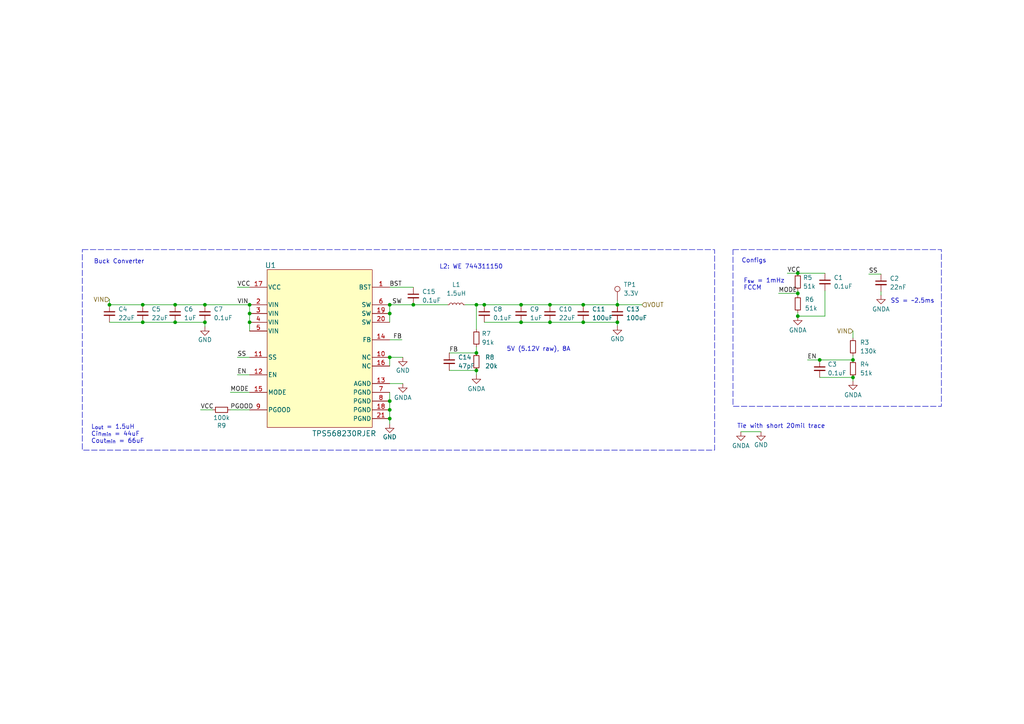
<source format=kicad_sch>
(kicad_sch (version 20230819) (generator eeschema)
  (paper "A4")
  (title_block (title "Power Board") (date "2023-11-27") (rev "V2.0") (company "MUREX Robotics [Max Liu]") (comment 1 "// INNOVATION IS OUR OBSESSION.") (comment 2 "// THINK DIFFERENT, THINK MUREX.") (comment 3 "module designed for ROV applications and other 12V/5V/3.3V DC systems.") (comment 4 "The MUREX Power Board is the world's smallest open-source dual output, high power"))
  (lib_symbols
    (symbol "Connector:TestPoint" (pin_numbers hide) (pin_names (offset 0.762) hide)
      (property "Reference" "TP" (at 0 6.858 0))
      (property "Value" "TestPoint" (at 0 5.08 0))
      (symbol "TestPoint_0_1"
        (circle (center 0 3.302) (radius 0.762))
      )
      (symbol "TestPoint_1_1"
        (pin passive line (at 0 0 90) (length 2.54) (name "1") (number "1"))
      )
    )
    (symbol "Device:C_Small" (pin_numbers hide) (pin_names (offset 0.254) hide)
      (property "Reference" "C" (at 0.254 1.778 0))
      (property "Value" "C_Small" (at 0.254 -2.032 0))
      (symbol "C_Small_0_1"
        (polyline (pts (xy -1.524 -0.508) (xy 1.524 -0.508)) (stroke (width 0.3302)))
        (polyline (pts (xy -1.524 0.508) (xy 1.524 0.508)) (stroke (width 0.3048)))
      )
      (symbol "C_Small_1_1"
        (pin passive line (at 0 2.54 270) (length 2.032) (name "~") (number "1"))
        (pin passive line (at 0 -2.54 90) (length 2.032) (name "~") (number "2"))
      )
    )
    (symbol "Device:L_Small" (pin_numbers hide) (pin_names (offset 0.254) hide)
      (property "Reference" "L" (at 0.762 1.016 0))
      (property "Value" "L_Small" (at 0.762 -1.016 0))
      (symbol "L_Small_0_1"
        (arc (start 0 -2.032) (mid 0.5058 -1.524) (end 0 -1.016))
        (arc (start 0 -1.016) (mid 0.5058 -0.508) (end 0 0))
        (arc (start 0 0) (mid 0.5058 0.508) (end 0 1.016))
        (arc (start 0 1.016) (mid 0.5058 1.524) (end 0 2.032))
      )
      (symbol "L_Small_1_1"
        (pin passive line (at 0 2.54 270) (length 0.508) (name "~") (number "1"))
        (pin passive line (at 0 -2.54 90) (length 0.508) (name "~") (number "2"))
      )
    )
    (symbol "Device:R_Small" (pin_numbers hide) (pin_names (offset 0.254) hide)
      (property "Reference" "R" (at 0.762 0.508 0))
      (property "Value" "R_Small" (at 0.762 -1.016 0))
      (symbol "R_Small_0_1"
        (rectangle (start -0.762 1.778) (end 0.762 -1.778) (stroke (width 0.2032)))
      )
      (symbol "R_Small_1_1"
        (pin passive line (at 0 2.54 270) (length 0.762) (name "~") (number "1"))
        (pin passive line (at 0 -2.54 90) (length 0.762) (name "~") (number "2"))
      )
    )
    (symbol "power:GND" (power) (pin_names (offset 0))
      (property "Value" "GND" (at 0 -3.81 0))
      (symbol "GND_0_1"
        (polyline (pts (xy 0 0) (xy 0 -1.27) (xy 1.27 -1.27) (xy 0 -2.54) (xy -1.27 -1.27) (xy 0 -1.27)))
      )
      (symbol "GND_1_1"
        (pin power_in line (at 0 0 270) (length 0) hide (name "GND") (number "1"))
      )
    )
    (symbol "power:GNDA" (power) (pin_names (offset 0))
      (property "Value" "GNDA" (at 0 -3.81 0))
      (symbol "GNDA_0_1"
        (polyline (pts (xy 0 0) (xy 0 -1.27) (xy 1.27 -1.27) (xy 0 -2.54) (xy -1.27 -1.27) (xy 0 -1.27)))
      )
      (symbol "GNDA_1_1"
        (pin power_in line (at 0 0 270) (length 0) hide (name "GNDA") (number "1"))
      )
    )
    (symbol "tps568230:TPS568230RJER" (pin_names (offset 0.254))
      (property "Reference" "U" (at -14.732 24.13 0))
      (property "Value" "TPS568230RJER" (at 7.112 -24.892 0))
      (symbol "TPS568230RJER_0_1"
        (pin power_in line (at 20.32 17.78 180) (length 5.08) (name "BST") (number "1"))
        (pin unspecified line (at 20.32 -2.54 180) (length 5.08) (name "NC") (number "10"))
        (pin input line (at -20.32 -2.54 0) (length 5.08) (name "SS") (number "11"))
        (pin input line (at -20.32 -7.62 0) (length 5.08) (name "EN") (number "12"))
        (pin power_in line (at 20.32 -10.16 180) (length 5.08) (name "AGND") (number "13"))
        (pin input line (at 20.32 2.54 180) (length 5.08) (name "FB") (number "14"))
        (pin input line (at -20.32 -12.7 0) (length 5.08) (name "MODE") (number "15"))
        (pin unspecified line (at 20.32 -5.08 180) (length 5.08) (name "NC") (number "16"))
        (pin power_in line (at -20.32 17.78 0) (length 5.08) (name "VCC") (number "17"))
        (pin power_in line (at 20.32 -17.78 180) (length 5.08) (name "PGND") (number "18"))
        (pin power_in line (at 20.32 10.16 180) (length 5.08) (name "SW") (number "19"))
        (pin power_in line (at -20.32 12.7 0) (length 5.08) (name "VIN") (number "2"))
        (pin power_in line (at 20.32 7.62 180) (length 5.08) (name "SW") (number "20"))
        (pin power_in line (at 20.32 -20.32 180) (length 5.08) (name "PGND") (number "21"))
        (pin power_in line (at -20.32 10.16 0) (length 5.08) (name "VIN") (number "3"))
        (pin power_in line (at -20.32 7.62 0) (length 5.08) (name "VIN") (number "4"))
        (pin power_in line (at -20.32 5.08 0) (length 5.08) (name "VIN") (number "5"))
        (pin power_in line (at 20.32 12.7 180) (length 5.08) (name "SW") (number "6"))
        (pin power_in line (at 20.32 -12.7 180) (length 5.08) (name "PGND") (number "7"))
        (pin power_in line (at 20.32 -15.24 180) (length 5.08) (name "PGND") (number "8"))
        (pin open_collector line (at -20.32 -17.78 0) (length 5.08) (name "PGOOD") (number "9"))
      )
      (symbol "TPS568230RJER_1_1"
        (rectangle (start -15.24 22.86) (end 15.24 -22.86) (fill (type background)))
      )
    )
  )
  (junction (at 138.176 107.442))
  (junction (at 159.512 93.472))
  (junction (at 50.8 88.392))
  (junction (at 72.39 88.392))
  (junction (at 247.396 109.474))
  (junction (at 179.07 88.392))
  (junction (at 247.396 104.394))
  (junction (at 169.164 93.472))
  (junction (at 231.394 85.09))
  (junction (at 113.03 103.632))
  (junction (at 72.39 93.472))
  (junction (at 31.75 88.392))
  (junction (at 59.436 93.472))
  (junction (at 151.13 93.472))
  (junction (at 138.176 102.362))
  (junction (at 50.8 93.472))
  (junction (at 237.744 104.394))
  (junction (at 169.164 88.392))
  (junction (at 138.176 88.392))
  (junction (at 113.03 90.932))
  (junction (at 72.39 90.932))
  (junction (at 113.03 116.332))
  (junction (at 119.888 88.392))
  (junction (at 113.03 88.392))
  (junction (at 41.402 88.392))
  (junction (at 59.436 88.392))
  (junction (at 159.512 88.392))
  (junction (at 41.402 93.472))
  (junction (at 140.462 88.392))
  (junction (at 231.394 91.694))
  (junction (at 113.03 118.872))
  (junction (at 113.03 121.412))
  (junction (at 231.394 79.248))
  (junction (at 179.07 93.472))
  (junction (at 151.13 88.392))
  (wire (pts (xy 59.436 88.392) (xy 72.39 88.392)))
  (wire (pts (xy 113.03 88.392) (xy 113.03 90.932)))
  (wire (pts (xy 247.396 109.474) (xy 247.396 110.49)))
  (wire (pts (xy 159.512 88.392) (xy 169.164 88.392)))
  (wire (pts (xy 231.394 84.328) (xy 231.394 85.09)))
  (wire (pts (xy 113.03 103.632) (xy 116.84 103.632)))
  (wire (pts (xy 68.834 108.712) (xy 72.39 108.712)))
  (wire (pts (xy 138.176 88.392) (xy 140.462 88.392)))
  (wire (pts (xy 247.396 103.124) (xy 247.396 104.394)))
  (wire (pts (xy 41.402 88.392) (xy 50.8 88.392)))
  (wire (pts (xy 113.03 113.792) (xy 113.03 116.332)))
  (wire (pts (xy 228.346 79.248) (xy 231.394 79.248)))
  (wire (pts (xy 50.8 93.472) (xy 59.436 93.472)))
  (wire (pts (xy 66.802 113.792) (xy 72.39 113.792)))
  (wire (pts (xy 239.268 84.328) (xy 239.268 91.694)))
  (wire (pts (xy 231.394 85.09) (xy 231.394 85.598)))
  (wire (pts (xy 72.39 93.472) (xy 72.39 96.012)))
  (wire (pts (xy 31.75 86.868) (xy 31.75 88.392)))
  (wire (pts (xy 113.03 103.632) (xy 113.03 106.172)))
  (wire (pts (xy 113.03 90.932) (xy 113.03 93.472)))
  (wire (pts (xy 113.03 116.332) (xy 113.03 118.872)))
  (wire (pts (xy 169.164 88.392) (xy 179.07 88.392)))
  (wire (pts (xy 113.03 83.312) (xy 119.888 83.312)))
  (wire (pts (xy 113.03 121.412) (xy 113.03 122.936)))
  (wire (pts (xy 31.75 88.392) (xy 41.402 88.392)))
  (wire (pts (xy 237.744 104.394) (xy 247.396 104.394)))
  (wire (pts (xy 41.402 93.472) (xy 50.8 93.472)))
  (wire (pts (xy 179.07 87.122) (xy 179.07 88.392)))
  (wire (pts (xy 116.586 98.552) (xy 113.03 98.552)))
  (wire (pts (xy 72.39 90.932) (xy 72.39 93.472)))
  (wire (pts (xy 58.166 118.872) (xy 61.722 118.872)))
  (wire (pts (xy 59.436 93.472) (xy 59.436 94.742)))
  (wire (pts (xy 130.302 102.362) (xy 138.176 102.362)))
  (wire (pts (xy 134.874 88.392) (xy 138.176 88.392)))
  (wire (pts (xy 72.39 88.392) (xy 72.39 90.932)))
  (wire (pts (xy 119.888 88.392) (xy 129.794 88.392)))
  (wire (pts (xy 113.03 118.872) (xy 113.03 121.412)))
  (wire (pts (xy 138.176 107.442) (xy 138.176 108.712)))
  (wire (pts (xy 214.884 125.222) (xy 220.726 125.222)))
  (wire (pts (xy 231.394 79.248) (xy 239.268 79.248)))
  (wire (pts (xy 130.302 107.442) (xy 138.176 107.442)))
  (wire (pts (xy 231.394 90.678) (xy 231.394 91.694)))
  (wire (pts (xy 68.834 83.312) (xy 72.39 83.312)))
  (wire (pts (xy 138.176 100.584) (xy 138.176 102.362)))
  (wire (pts (xy 68.834 103.632) (xy 72.39 103.632)))
  (wire (pts (xy 179.07 93.472) (xy 179.07 94.488)))
  (wire (pts (xy 140.462 93.472) (xy 151.13 93.472)))
  (wire (pts (xy 234.188 104.394) (xy 237.744 104.394)))
  (wire (pts (xy 255.524 84.582) (xy 255.524 85.598)))
  (wire (pts (xy 66.802 118.872) (xy 72.39 118.872)))
  (wire (pts (xy 113.03 111.252) (xy 116.84 111.252)))
  (wire (pts (xy 113.03 88.392) (xy 119.888 88.392)))
  (wire (pts (xy 251.968 79.502) (xy 255.524 79.502)))
  (wire (pts (xy 159.512 93.472) (xy 169.164 93.472)))
  (wire (pts (xy 138.176 88.392) (xy 138.176 95.504)))
  (wire (pts (xy 237.744 109.474) (xy 247.396 109.474)))
  (wire (pts (xy 31.75 93.472) (xy 41.402 93.472)))
  (wire (pts (xy 169.164 93.472) (xy 179.07 93.472)))
  (wire (pts (xy 239.268 91.694) (xy 231.394 91.694)))
  (wire (pts (xy 151.13 88.392) (xy 159.512 88.392)))
  (wire (pts (xy 247.396 96.012) (xy 247.396 98.044)))
  (wire (pts (xy 50.8 88.392) (xy 59.436 88.392)))
  (wire (pts (xy 225.806 85.09) (xy 231.394 85.09)))
  (wire (pts (xy 179.07 88.392) (xy 186.182 88.392)))
  (wire (pts (xy 140.462 88.392) (xy 151.13 88.392)))
  (wire (pts (xy 151.13 93.472) (xy 159.512 93.472)))
  (rectangle (start 212.598 72.39) (end 273.05 117.856) (stroke (width 0) (type dash)))
  (rectangle (start 23.876 72.39) (end 207.264 130.556) (stroke (width 0) (type dash)))
  (text "L2: WE 744311150" (at 136.652 77.47 0) (effects (font (size 1.27 1.27))))
  (text "Tie with short 20mil trace" (at 226.568 123.698 0) (effects (font (size 1.27 1.27))))
  (text "SS = ~2.5ms" (at 264.668 87.376 0) (effects (font (size 1.27 1.27))))
  (text "F_{sw} = 1mHz\nFCCM" (at 215.646 82.55 0) (effects (font (size 1.27 1.27)) (justify left)))
  (text "Buck Converter" (at 34.544 75.946 0) (effects (font (size 1.27 1.27))))
  (text "5V (5.12V raw), 8A\n" (at 156.21 101.346 0) (effects (font (size 1.27 1.27))))
  (text "L_{out} = 1.5uH\nCin_{min} = 44uF\nCout_{min} = 66uF\n" (at 26.416 125.984 0) (effects (font (size 1.27 1.27)) (justify left)))
  (text "Configs" (at 218.694 75.692 0) (effects (font (size 1.27 1.27))))
  (label "MODE" (at 225.806 85.09 0))
  (label "VCC" (at 58.166 118.872 0))
  (label "VCC" (at 68.834 83.312 0))
  (label "PGOOD" (at 66.802 118.872 0))
  (label "VCC" (at 228.346 79.248 0))
  (label "VIN" (at 68.834 88.392 0))
  (label "SW" (at 116.586 88.392 180))
  (label "FB" (at 130.302 102.362 0))
  (label "EN" (at 68.834 108.712 0))
  (label "EN" (at 234.188 104.394 0))
  (label "MODE" (at 66.802 113.792 0))
  (label "SS" (at 68.834 103.632 0))
  (label "FB" (at 116.586 98.552 180))
  (label "SS" (at 251.968 79.502 0))
  (label "BST" (at 116.586 83.312 180))
  (hierarchical_label "VIN" (shape input) (at 31.75 86.868 180))
  (hierarchical_label "VOUT" (shape input) (at 186.182 88.392 0))
  (hierarchical_label "VIN" (shape input) (at 247.396 96.012 180))
  (symbol (lib_id "Device:R_Small") (at 231.394 81.788 0) (unit 1)
    (property "Reference" "R5" (at 232.918 80.518 0) (effects (justify left)))
    (property "Value" "51k" (at 232.918 83.058 0) (effects (justify left)))
    (property "Description" "Resistor, small symbol" (effects hide))
    (instances (project "power" (path "" (reference "R5") (unit 1)) (path "" (reference "R15") (unit 1))))
  )
  (symbol (lib_id "Device:C_Small") (at 255.524 82.042 0) (unit 1)
    (property "Reference" "C2" (at 258.064 80.772 0) (effects (justify left)))
    (property "Value" "22nF" (at 258.064 83.312 0) (effects (justify left)))
    (property "Description" "Unpolarized capacitor, small symbol" (effects hide))
    (instances (project "power" (path "" (reference "C2") (unit 1)) (path "" (reference "C30") (unit 1))))
  )
  (symbol (lib_id "power:GND") (at 59.436 94.742 0) (unit 1)
    (property "Reference" "#PWR016" (effects hide))
    (property "Value" "GND" (at 59.436 98.552 0))
    (property "Description" "Power symbol creates a global label with name \"GND\" , ground" (effects hide))
    (instances (project "power" (path "" (reference "#PWR016") (unit 1)) (path "" (reference "#PWR018") (unit 1))))
  )
  (symbol (lib_id "Device:R_Small") (at 138.176 104.902 0) (unit 1)
    (property "Reference" "R8" (at 140.716 103.632 0) (effects (justify left)))
    (property "Value" "20k" (at 140.716 106.172 0) (effects (justify left)))
    (property "Description" "Resistor, small symbol" (effects hide))
    (instances (project "power" (path "" (reference "R8") (unit 1)) (path "" (reference "R14") (unit 1))))
  )
  (symbol (lib_id "Device:C_Small") (at 130.302 104.902 0) (unit 1)
    (property "Reference" "C14" (at 132.842 103.632 0) (effects (justify left)))
    (property "Value" "47pF" (at 132.842 106.172 0) (effects (justify left)))
    (property "Description" "Unpolarized capacitor, small symbol" (effects hide))
    (instances (project "power" (path "" (reference "C14") (unit 1)) (path "" (reference "C21") (unit 1))))
  )
  (symbol (lib_id "Device:C_Small") (at 179.07 90.932 0) (unit 1)
    (property "Reference" "C13" (at 181.61 89.662 0) (effects (justify left)))
    (property "Value" "100uF" (at 181.61 92.202 0) (effects (justify left)))
    (property "Description" "Unpolarized capacitor, small symbol" (effects hide))
    (instances (project "power" (path "" (reference "C13") (unit 1)) (path "" (reference "C27") (unit 1))))
  )
  (symbol (lib_id "power:GNDA") (at 214.884 125.222 0) (unit 1)
    (property "Reference" "#PWR014" (effects hide))
    (property "Value" "GNDA" (at 214.884 129.286 0))
    (property "Description" "Power symbol creates a global label with name \"GNDA\" , analog ground" (effects hide))
    (instances (project "power" (path "" (reference "#PWR014") (unit 1)) (path "" (reference "#PWR031") (unit 1))))
  )
  (symbol (lib_id "Device:R_Small") (at 231.394 88.138 0) (unit 1)
    (property "Reference" "R6" (at 233.426 86.868 0) (effects (justify left)))
    (property "Value" "51k" (at 233.426 89.408 0) (effects (justify left)))
    (property "Description" "Resistor, small symbol" (effects hide))
    (instances (project "power" (path "" (reference "R6") (unit 1)) (path "" (reference "R16") (unit 1))))
  )
  (symbol (lib_id "power:GND") (at 220.726 125.222 0) (unit 1)
    (property "Reference" "#PWR015" (effects hide))
    (property "Value" "GND" (at 220.726 129.032 0))
    (property "Description" "Power symbol creates a global label with name \"GND\" , ground" (effects hide))
    (instances (project "power" (path "" (reference "#PWR015") (unit 1)) (path "" (reference "#PWR032") (unit 1))))
  )
  (symbol (lib_id "Device:L_Small") (at 132.334 88.392 90) (unit 1)
    (property "Reference" "L1" (at 132.334 82.55 90))
    (property "Value" "1.5uH" (at 132.334 85.09 90))
    (property "Description" "Inductor, small symbol" (effects hide))
    (instances (project "power" (path "" (reference "L1") (unit 1)) (path "" (reference "L2") (unit 1))))
  )
  (symbol (lib_id "Device:R_Small") (at 64.262 118.872 270) (unit 1)
    (property "Reference" "R9" (at 64.262 123.444 90))
    (property "Value" "100k" (at 64.262 121.158 90))
    (property "Description" "Resistor, small symbol" (effects hide))
    (instances (project "power" (path "" (reference "R9") (unit 1)) (path "" (reference "R12") (unit 1))))
  )
  (symbol (lib_id "Device:C_Small") (at 41.402 90.932 0) (unit 1)
    (property "Reference" "C5" (at 43.942 89.662 0) (effects (justify left)))
    (property "Value" "22uF" (at 43.942 92.202 0) (effects (justify left)))
    (property "Description" "Unpolarized capacitor, small symbol" (effects hide))
    (instances (project "power" (path "" (reference "C5") (unit 1)) (path "" (reference "C17") (unit 1))))
  )
  (symbol (lib_id "Device:C_Small") (at 237.744 106.934 0) (unit 1)
    (property "Reference" "C3" (at 240.03 105.664 0) (effects (justify left)))
    (property "Value" "0.1uF" (at 240.03 108.204 0) (effects (justify left)))
    (property "Description" "Unpolarized capacitor, small symbol" (effects hide))
    (instances (project "power" (path "" (reference "C3") (unit 1)) (path "" (reference "C28") (unit 1))))
  )
  (symbol (lib_id "Device:C_Small") (at 140.462 90.932 0) (unit 1)
    (property "Reference" "C8" (at 143.002 89.662 0) (effects (justify left)))
    (property "Value" "0.1uF" (at 143.002 92.202 0) (effects (justify left)))
    (property "Description" "Unpolarized capacitor, small symbol" (effects hide))
    (instances (project "power" (path "" (reference "C8") (unit 1)) (path "" (reference "C22") (unit 1))))
  )
  (symbol (lib_id "Device:R_Small") (at 247.396 100.584 0) (unit 1)
    (property "Reference" "R3" (at 249.428 99.314 0) (effects (justify left)))
    (property "Value" "130k" (at 249.428 101.854 0) (effects (justify left)))
    (property "Description" "Resistor, small symbol" (effects hide))
    (instances (project "power" (path "" (reference "R3") (unit 1)) (path "" (reference "R17") (unit 1))))
  )
  (symbol (lib_id "power:GND") (at 179.07 94.488 0) (unit 1)
    (property "Reference" "#PWR017" (effects hide))
    (property "Value" "GND" (at 179.07 98.298 0))
    (property "Description" "Power symbol creates a global label with name \"GND\" , ground" (effects hide))
    (instances (project "power" (path "" (reference "#PWR017") (unit 1)) (path "" (reference "#PWR030") (unit 1))))
  )
  (symbol (lib_id "power:GNDA") (at 255.524 85.598 0) (unit 1)
    (property "Reference" "#PWR09" (effects hide))
    (property "Value" "GNDA" (at 255.524 89.662 0))
    (property "Description" "Power symbol creates a global label with name \"GNDA\" , analog ground" (effects hide))
    (instances (project "power" (path "" (reference "#PWR09") (unit 1)) (path "" (reference "#PWR035") (unit 1))))
  )
  (symbol (lib_id "Device:C_Small") (at 239.268 81.788 0) (unit 1)
    (property "Reference" "C1" (at 241.808 80.518 0) (effects (justify left)))
    (property "Value" "0.1uF" (at 241.808 83.058 0) (effects (justify left)))
    (property "Description" "Unpolarized capacitor, small symbol" (effects hide))
    (instances (project "power" (path "" (reference "C1") (unit 1)) (path "" (reference "C29") (unit 1))))
  )
  (symbol (lib_id "tps568230:TPS568230RJER") (at 92.71 101.092 0) (unit 1)
    (property "Reference" "U1" (at 78.486 76.962 0) (effects (font (size 1.524 1.524))))
    (property "Value" "TPS568230RJER" (at 99.822 125.73 0) (effects (font (size 1.524 1.524))))
    (property "Footprint" "Power:RJE0020A" (effects hide))
    (property "Datasheet" "TPS568230RJER" (effects hide))
    (instances (project "power" (path "" (reference "U1") (unit 1)) (path "" (reference "U2") (unit 1))))
  )
  (symbol (lib_id "Device:C_Small") (at 59.436 90.932 0) (unit 1)
    (property "Reference" "C7" (at 61.976 89.662 0) (effects (justify left)))
    (property "Value" "0.1uF" (at 61.976 92.202 0) (effects (justify left)))
    (property "Description" "Unpolarized capacitor, small symbol" (effects hide))
    (instances (project "power" (path "" (reference "C7") (unit 1)) (path "" (reference "C19") (unit 1))))
  )
  (symbol (lib_id "power:GND") (at 116.84 103.632 0) (unit 1)
    (property "Reference" "#PWR013" (effects hide))
    (property "Value" "GND" (at 116.84 107.442 0))
    (property "Description" "Power symbol creates a global label with name \"GND\" , ground" (effects hide))
    (instances (project "power" (path "" (reference "#PWR013") (unit 1)) (path "" (reference "#PWR027") (unit 1))))
  )
  (symbol (lib_id "Device:C_Small") (at 50.8 90.932 0) (unit 1)
    (property "Reference" "C6" (at 53.34 89.662 0) (effects (justify left)))
    (property "Value" "1uF" (at 53.34 92.202 0) (effects (justify left)))
    (property "Description" "Unpolarized capacitor, small symbol" (effects hide))
    (instances (project "power" (path "" (reference "C6") (unit 1)) (path "" (reference "C18") (unit 1))))
  )
  (symbol (lib_id "Device:C_Small") (at 159.512 90.932 0) (unit 1)
    (property "Reference" "C10" (at 162.052 89.662 0) (effects (justify left)))
    (property "Value" "22uF" (at 162.052 92.202 0) (effects (justify left)))
    (property "Description" "Unpolarized capacitor, small symbol" (effects hide))
    (instances (project "power" (path "" (reference "C10") (unit 1)) (path "" (reference "C24") (unit 1))))
  )
  (symbol (lib_id "power:GNDA") (at 231.394 91.694 0) (unit 1)
    (property "Reference" "#PWR010" (effects hide))
    (property "Value" "GNDA" (at 231.394 95.758 0))
    (property "Description" "Power symbol creates a global label with name \"GNDA\" , analog ground" (effects hide))
    (instances (project "power" (path "" (reference "#PWR010") (unit 1)) (path "" (reference "#PWR033") (unit 1))))
  )
  (symbol (lib_id "Device:C_Small") (at 169.164 90.932 0) (unit 1)
    (property "Reference" "C11" (at 171.704 89.662 0) (effects (justify left)))
    (property "Value" "100uF" (at 171.704 92.202 0) (effects (justify left)))
    (property "Description" "Unpolarized capacitor, small symbol" (effects hide))
    (instances (project "power" (path "" (reference "C11") (unit 1)) (path "" (reference "C25") (unit 1))))
  )
  (symbol (lib_id "Device:C_Small") (at 31.75 90.932 0) (unit 1)
    (property "Reference" "C4" (at 34.29 89.662 0) (effects (justify left)))
    (property "Value" "22uF" (at 34.29 92.202 0) (effects (justify left)))
    (property "Description" "Unpolarized capacitor, small symbol" (effects hide))
    (instances (project "power" (path "" (reference "C4") (unit 1)) (path "" (reference "C16") (unit 1))))
  )
  (symbol (lib_id "power:GND") (at 113.03 122.936 0) (unit 1)
    (property "Reference" "#PWR011" (effects hide))
    (property "Value" "GND" (at 113.03 126.746 0))
    (property "Description" "Power symbol creates a global label with name \"GND\" , ground" (effects hide))
    (instances (project "power" (path "" (reference "#PWR011") (unit 1)) (path "" (reference "#PWR019") (unit 1))))
  )
  (symbol (lib_id "Device:R_Small") (at 247.396 106.934 0) (unit 1)
    (property "Reference" "R4" (at 249.428 105.664 0) (effects (justify left)))
    (property "Value" "51k" (at 249.428 108.204 0) (effects (justify left)))
    (property "Description" "Resistor, small symbol" (effects hide))
    (instances (project "power" (path "" (reference "R4") (unit 1)) (path "" (reference "R18") (unit 1))))
  )
  (symbol (lib_id "power:GNDA") (at 116.84 111.252 0) (unit 1)
    (property "Reference" "#PWR012" (effects hide))
    (property "Value" "GNDA" (at 116.84 115.316 0))
    (property "Description" "Power symbol creates a global label with name \"GNDA\" , analog ground" (effects hide))
    (instances (project "power" (path "" (reference "#PWR012") (unit 1)) (path "" (reference "#PWR028") (unit 1))))
  )
  (symbol (lib_id "power:GNDA") (at 247.396 110.49 0) (unit 1)
    (property "Reference" "#PWR08" (effects hide))
    (property "Value" "GNDA" (at 247.396 114.554 0))
    (property "Description" "Power symbol creates a global label with name \"GNDA\" , analog ground" (effects hide))
    (instances (project "power" (path "" (reference "#PWR08") (unit 1)) (path "" (reference "#PWR034") (unit 1))))
  )
  (symbol (lib_id "power:GNDA") (at 138.176 108.712 0) (unit 1)
    (property "Reference" "#PWR07" (effects hide))
    (property "Value" "GNDA" (at 138.176 112.776 0))
    (property "Description" "Power symbol creates a global label with name \"GNDA\" , analog ground" (effects hide))
    (instances (project "power" (path "" (reference "#PWR07") (unit 1)) (path "" (reference "#PWR029") (unit 1))))
  )
  (symbol (lib_id "Connector:TestPoint") (at 179.07 87.122 0) (unit 1)
    (property "Reference" "TP1" (at 180.848 82.55 0) (effects (justify left)))
    (property "Value" "3.3V" (at 180.848 85.09 0) (effects (justify left)))
    (property "Description" "test point" (effects hide))
    (instances (project "power" (path "" (reference "TP1") (unit 1)) (path "" (reference "TP2") (unit 1))))
  )
  (symbol (lib_id "Device:C_Small") (at 119.888 85.852 0) (unit 1)
    (property "Reference" "C15" (at 122.428 84.582 0) (effects (justify left)))
    (property "Value" "0.1uF" (at 122.428 87.122 0) (effects (justify left)))
    (property "Description" "Unpolarized capacitor, small symbol" (effects hide))
    (instances (project "power" (path "" (reference "C15") (unit 1)) (path "" (reference "C20") (unit 1))))
  )
  (symbol (lib_id "Device:C_Small") (at 151.13 90.932 0) (unit 1)
    (property "Reference" "C9" (at 153.67 89.662 0) (effects (justify left)))
    (property "Value" "1uF" (at 153.67 92.202 0) (effects (justify left)))
    (property "Description" "Unpolarized capacitor, small symbol" (effects hide))
    (instances (project "power" (path "" (reference "C9") (unit 1)) (path "" (reference "C23") (unit 1))))
  )
  (symbol (lib_id "Device:R_Small") (at 138.176 98.044 0) (unit 1)
    (property "Reference" "R7" (at 139.7 96.774 0) (effects (justify left)))
    (property "Value" "91k" (at 139.7 99.314 0) (effects (justify left)))
    (property "Description" "Resistor, small symbol" (effects hide))
    (instances (project "power" (path "" (reference "R7") (unit 1)) (path "" (reference "R13") (unit 1))))
  )
)
</source>
